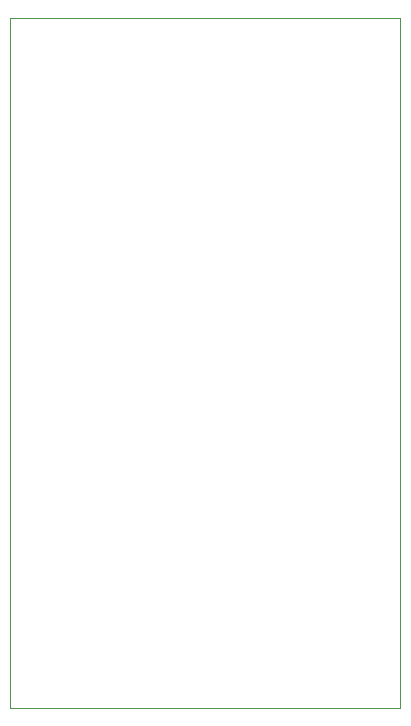
<source format=gbr>
%TF.GenerationSoftware,KiCad,Pcbnew,7.0.5*%
%TF.CreationDate,2024-03-13T05:49:52+05:30*%
%TF.ProjectId,standalone_arduino,7374616e-6461-46c6-9f6e-655f61726475,rev?*%
%TF.SameCoordinates,Original*%
%TF.FileFunction,Profile,NP*%
%FSLAX46Y46*%
G04 Gerber Fmt 4.6, Leading zero omitted, Abs format (unit mm)*
G04 Created by KiCad (PCBNEW 7.0.5) date 2024-03-13 05:49:52*
%MOMM*%
%LPD*%
G01*
G04 APERTURE LIST*
%TA.AperFunction,Profile*%
%ADD10C,0.100000*%
%TD*%
G04 APERTURE END LIST*
D10*
X152400000Y-55880000D02*
X185420000Y-55880000D01*
X185420000Y-114300000D01*
X152400000Y-114300000D01*
X152400000Y-55880000D01*
M02*

</source>
